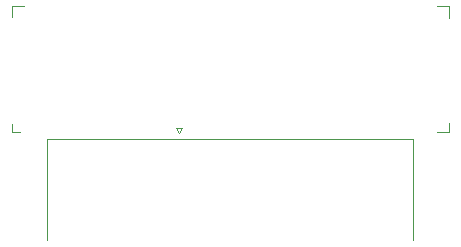
<source format=gto>
G04 #@! TF.GenerationSoftware,KiCad,Pcbnew,(5.1.2)-1*
G04 #@! TF.CreationDate,2019-06-06T00:59:27-04:00*
G04 #@! TF.ProjectId,VGA to DVI_SIMPLE,56474120-746f-4204-9456-495f53494d50,rev?*
G04 #@! TF.SameCoordinates,Original*
G04 #@! TF.FileFunction,Legend,Top*
G04 #@! TF.FilePolarity,Positive*
%FSLAX46Y46*%
G04 Gerber Fmt 4.6, Leading zero omitted, Abs format (unit mm)*
G04 Created by KiCad (PCBNEW (5.1.2)-1) date 2019-06-06 00:59:27*
%MOMM*%
%LPD*%
G04 APERTURE LIST*
%ADD10C,0.100000*%
%ADD11C,0.120000*%
G04 APERTURE END LIST*
D10*
X152265000Y-106870000D02*
X152265000Y-105920000D01*
X152265000Y-105920000D02*
X153290000Y-105920000D01*
X189315000Y-106895000D02*
X189315000Y-105920000D01*
X189315000Y-105920000D02*
X188290000Y-105920000D01*
X188265000Y-116545000D02*
X189315000Y-116545000D01*
X189315000Y-116545000D02*
X189315000Y-115795000D01*
X152990000Y-116545000D02*
X152265000Y-116545000D01*
X152265000Y-116545000D02*
X152265000Y-115920000D01*
D11*
X155305000Y-125744339D02*
X155305000Y-117144339D01*
X155305000Y-117144339D02*
X186275000Y-117144339D01*
X186275000Y-117144339D02*
X186275000Y-125744339D01*
X166225000Y-116250001D02*
X166725000Y-116250001D01*
X166725000Y-116250001D02*
X166475000Y-116683014D01*
X166475000Y-116683014D02*
X166225000Y-116250001D01*
M02*

</source>
